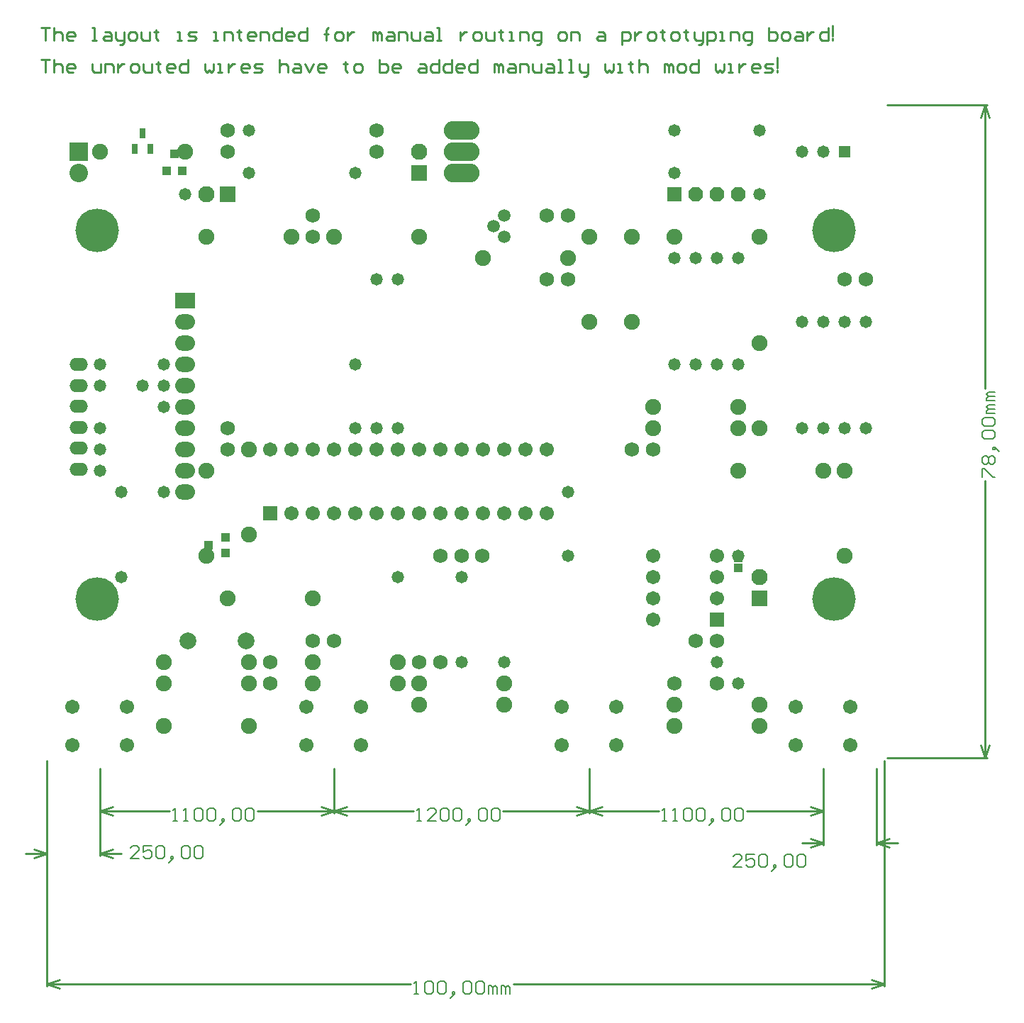
<source format=gbs>
G04 Layer_Color=8150272*
%FSLAX25Y25*%
%MOIN*%
G70*
G01*
G75*
%ADD14C,0.01000*%
%ADD15C,0.00600*%
%ADD49R,0.08674X0.08674*%
%ADD50C,0.08674*%
%ADD51R,0.06706X0.06706*%
%ADD52C,0.06706*%
%ADD53C,0.07690*%
%ADD54R,0.07690X0.07690*%
%ADD55C,0.20485*%
%ADD56O,0.08674X0.06115*%
%ADD57O,0.09300X0.07300*%
%ADD58R,0.09300X0.07300*%
%ADD59C,0.06800*%
%ADD60C,0.07493*%
%ADD61C,0.07887*%
%ADD62R,0.06706X0.06706*%
%ADD63R,0.07690X0.07690*%
%ADD64O,0.16800X0.08800*%
%ADD65C,0.05918*%
%ADD66C,0.05800*%
%ADD67R,0.05800X0.05800*%
%ADD68R,0.06800X0.06800*%
%ADD69P,0.07360X8X22.5*%
%ADD70R,0.04343X0.03950*%
%ADD71R,0.03950X0.04343*%
%ADD72R,0.03162X0.05131*%
%ADD73R,0.04343X0.04147*%
D14*
X491201Y837199D02*
X495199Y837199D01*
X493200Y837199D01*
X493200Y831201D01*
X497199Y837199D02*
X497199Y831201D01*
X497199Y834200D01*
X498199Y835200D01*
X500198Y835200D01*
X501198Y834200D01*
X501198Y831201D01*
X506196Y831201D02*
X504197Y831201D01*
X503197Y832201D01*
X503197Y834200D01*
X504197Y835200D01*
X506196Y835200D01*
X507196Y834200D01*
X507196Y833200D01*
X503197Y833200D01*
X515193Y831201D02*
X517192Y831201D01*
X516193Y831201D01*
X516193Y837199D01*
X515193Y837199D01*
X521191Y835200D02*
X523190Y835200D01*
X524190Y834200D01*
X524190Y831201D01*
X521191Y831201D01*
X520191Y832201D01*
X521191Y833200D01*
X524190Y833200D01*
X526190Y835200D02*
X526190Y832201D01*
X527189Y831201D01*
X530188Y831201D01*
X530188Y830201D01*
X529188Y829201D01*
X528189Y829201D01*
X530188Y831201D02*
X530188Y835200D01*
X533187Y831201D02*
X535187Y831201D01*
X536186Y832201D01*
X536186Y834200D01*
X535187Y835200D01*
X533187Y835200D01*
X532188Y834200D01*
X532188Y832201D01*
X533187Y831201D01*
X538186Y835200D02*
X538186Y832201D01*
X539185Y831201D01*
X542184Y831201D01*
X542184Y835200D01*
X545183Y836199D02*
X545183Y835200D01*
X544184Y835200D01*
X546183Y835200D01*
X545183Y835200D01*
X545183Y832201D01*
X546183Y831201D01*
X555180Y831201D02*
X557179Y831201D01*
X556180Y831201D01*
X556180Y835200D01*
X555180Y835200D01*
X560179Y831201D02*
X563177Y831201D01*
X564177Y832201D01*
X563177Y833200D01*
X561178Y833200D01*
X560179Y834200D01*
X561178Y835200D01*
X564177Y835200D01*
X572175Y831201D02*
X574174Y831201D01*
X573174Y831201D01*
X573174Y835200D01*
X572175Y835200D01*
X577173Y831201D02*
X577173Y835200D01*
X580172Y835200D01*
X581172Y834200D01*
X581172Y831201D01*
X584171Y836199D02*
X584171Y835200D01*
X583171Y835200D01*
X585170Y835200D01*
X584171Y835200D01*
X584171Y832201D01*
X585170Y831201D01*
X591168Y831201D02*
X589169Y831201D01*
X588169Y832201D01*
X588169Y834200D01*
X589169Y835200D01*
X591168Y835200D01*
X592168Y834200D01*
X592168Y833200D01*
X588169Y833200D01*
X594168Y831201D02*
X594168Y835200D01*
X597166Y835200D01*
X598166Y834200D01*
X598166Y831201D01*
X604164Y837199D02*
X604164Y831201D01*
X601165Y831201D01*
X600166Y832201D01*
X600166Y834200D01*
X601165Y835200D01*
X604164Y835200D01*
X609163Y831201D02*
X607163Y831201D01*
X606164Y832201D01*
X606164Y834200D01*
X607163Y835200D01*
X609163Y835200D01*
X610162Y834200D01*
X610162Y833200D01*
X606164Y833200D01*
X616160Y837199D02*
X616160Y831201D01*
X613161Y831201D01*
X612162Y832201D01*
X612162Y834200D01*
X613161Y835200D01*
X616160Y835200D01*
X625157Y831201D02*
X625157Y836199D01*
X625157Y834200D01*
X624158Y834200D01*
X626157Y834200D01*
X625157Y834200D01*
X625157Y836199D01*
X626157Y837199D01*
X630156Y831201D02*
X632155Y831201D01*
X633155Y832201D01*
X633155Y834200D01*
X632155Y835200D01*
X630156Y835200D01*
X629156Y834200D01*
X629156Y832201D01*
X630156Y831201D01*
X635154Y835200D02*
X635154Y831201D01*
X635154Y833200D01*
X636154Y834200D01*
X637154Y835200D01*
X638153Y835200D01*
X647150Y831201D02*
X647150Y835200D01*
X648150Y835200D01*
X649150Y834200D01*
X649150Y831201D01*
X649150Y834200D01*
X650149Y835200D01*
X651149Y834200D01*
X651149Y831201D01*
X654148Y835200D02*
X656147Y835200D01*
X657147Y834200D01*
X657147Y831201D01*
X654148Y831201D01*
X653148Y832201D01*
X654148Y833200D01*
X657147Y833200D01*
X659146Y831201D02*
X659146Y835200D01*
X662146Y835200D01*
X663145Y834200D01*
X663145Y831201D01*
X665144Y835200D02*
X665144Y832201D01*
X666144Y831201D01*
X669143Y831201D01*
X669143Y835200D01*
X672142Y835200D02*
X674142Y835200D01*
X675141Y834200D01*
X675141Y831201D01*
X672142Y831201D01*
X671143Y832201D01*
X672142Y833200D01*
X675141Y833200D01*
X677141Y831201D02*
X679140Y831201D01*
X678140Y831201D01*
X678140Y837199D01*
X677141Y837199D01*
X688137Y835200D02*
X688137Y831201D01*
X688137Y833200D01*
X689137Y834200D01*
X690136Y835200D01*
X691136Y835200D01*
X695135Y831201D02*
X697134Y831201D01*
X698134Y832201D01*
X698134Y834200D01*
X697134Y835200D01*
X695135Y835200D01*
X694135Y834200D01*
X694135Y832201D01*
X695135Y831201D01*
X700133Y835200D02*
X700133Y832201D01*
X701133Y831201D01*
X704132Y831201D01*
X704132Y835200D01*
X707131Y836199D02*
X707131Y835200D01*
X706131Y835200D01*
X708131Y835200D01*
X707131Y835200D01*
X707131Y832201D01*
X708131Y831201D01*
X711130Y831201D02*
X713129Y831201D01*
X712129Y831201D01*
X712129Y835200D01*
X711130Y835200D01*
X716128Y831201D02*
X716128Y835200D01*
X719127Y835200D01*
X720127Y834200D01*
X720127Y831201D01*
X724125Y829201D02*
X725125Y829201D01*
X726125Y830201D01*
X726125Y835200D01*
X723126Y835200D01*
X722126Y834200D01*
X722126Y832201D01*
X723126Y831201D01*
X726125Y831201D01*
X735122Y831201D02*
X737121Y831201D01*
X738121Y832201D01*
X738121Y834200D01*
X737121Y835200D01*
X735122Y835200D01*
X734122Y834200D01*
X734122Y832201D01*
X735122Y831201D01*
X740120Y831201D02*
X740120Y835200D01*
X743119Y835200D01*
X744119Y834200D01*
X744119Y831201D01*
X753116Y835200D02*
X755115Y835200D01*
X756115Y834200D01*
X756115Y831201D01*
X753116Y831201D01*
X752116Y832201D01*
X753116Y833200D01*
X756115Y833200D01*
X764113Y829201D02*
X764113Y835200D01*
X767111Y835200D01*
X768111Y834200D01*
X768111Y832201D01*
X767111Y831201D01*
X764113Y831201D01*
X770111Y835200D02*
X770111Y831201D01*
X770111Y833200D01*
X771110Y834200D01*
X772110Y835200D01*
X773110Y835200D01*
X777108Y831201D02*
X779108Y831201D01*
X780107Y832201D01*
X780107Y834200D01*
X779108Y835200D01*
X777108Y835200D01*
X776109Y834200D01*
X776109Y832201D01*
X777108Y831201D01*
X783106Y836199D02*
X783106Y835200D01*
X782107Y835200D01*
X784106Y835200D01*
X783106Y835200D01*
X783106Y832201D01*
X784106Y831201D01*
X788105Y831201D02*
X790104Y831201D01*
X791104Y832201D01*
X791104Y834200D01*
X790104Y835200D01*
X788105Y835200D01*
X787105Y834200D01*
X787105Y832201D01*
X788105Y831201D01*
X794103Y836199D02*
X794103Y835200D01*
X793103Y835200D01*
X795103Y835200D01*
X794103Y835200D01*
X794103Y832201D01*
X795103Y831201D01*
X798102Y835200D02*
X798102Y832201D01*
X799101Y831201D01*
X802100Y831201D01*
X802100Y830201D01*
X801101Y829201D01*
X800101Y829201D01*
X802100Y831201D02*
X802100Y835200D01*
X804099Y829201D02*
X804099Y835200D01*
X807099Y835200D01*
X808098Y834200D01*
X808098Y832201D01*
X807099Y831201D01*
X804099Y831201D01*
X810098Y831201D02*
X812097Y831201D01*
X811097Y831201D01*
X811097Y835200D01*
X810098Y835200D01*
X815096Y831201D02*
X815096Y835200D01*
X818095Y835200D01*
X819095Y834200D01*
X819095Y831201D01*
X823093Y829201D02*
X824093Y829201D01*
X825093Y830201D01*
X825093Y835200D01*
X822094Y835200D01*
X821094Y834200D01*
X821094Y832201D01*
X822094Y831201D01*
X825093Y831201D01*
X833090Y837199D02*
X833090Y831201D01*
X836089Y831201D01*
X837089Y832201D01*
X837089Y833200D01*
X837089Y834200D01*
X836089Y835200D01*
X833090Y835200D01*
X840088Y831201D02*
X842087Y831201D01*
X843087Y832201D01*
X843087Y834200D01*
X842087Y835200D01*
X840088Y835200D01*
X839088Y834200D01*
X839088Y832201D01*
X840088Y831201D01*
X846086Y835200D02*
X848085Y835200D01*
X849085Y834200D01*
X849085Y831201D01*
X846086Y831201D01*
X845086Y832201D01*
X846086Y833200D01*
X849085Y833200D01*
X851084Y835200D02*
X851084Y831201D01*
X851084Y833200D01*
X852084Y834200D01*
X853084Y835200D01*
X854083Y835200D01*
X861081Y837199D02*
X861081Y831201D01*
X858082Y831201D01*
X857082Y832201D01*
X857082Y834200D01*
X858082Y835200D01*
X861081Y835200D01*
X863081Y833200D02*
X863081Y838198D01*
X863081Y832201D02*
X863081Y831201D01*
X491201Y822199D02*
X495199Y822199D01*
X493200Y822199D01*
X493200Y816201D01*
X497199Y822199D02*
X497199Y816201D01*
X497199Y819200D01*
X498199Y820199D01*
X500198Y820199D01*
X501198Y819200D01*
X501198Y816201D01*
X506196Y816201D02*
X504197Y816201D01*
X503197Y817200D01*
X503197Y819200D01*
X504197Y820199D01*
X506196Y820199D01*
X507196Y819200D01*
X507196Y818200D01*
X503197Y818200D01*
X515193Y820199D02*
X515193Y817200D01*
X516193Y816201D01*
X519192Y816201D01*
X519192Y820199D01*
X521191Y816201D02*
X521191Y820199D01*
X524190Y820199D01*
X525190Y819200D01*
X525190Y816201D01*
X527189Y820199D02*
X527189Y816201D01*
X527189Y818200D01*
X528189Y819200D01*
X529188Y820199D01*
X530188Y820199D01*
X534187Y816201D02*
X536186Y816201D01*
X537186Y817200D01*
X537186Y819200D01*
X536186Y820199D01*
X534187Y820199D01*
X533187Y819200D01*
X533187Y817200D01*
X534187Y816201D01*
X539185Y820199D02*
X539185Y817200D01*
X540185Y816201D01*
X543184Y816201D01*
X543184Y820199D01*
X546183Y821199D02*
X546183Y820199D01*
X545183Y820199D01*
X547183Y820199D01*
X546183Y820199D01*
X546183Y817200D01*
X547183Y816201D01*
X553181Y816201D02*
X551181Y816201D01*
X550182Y817200D01*
X550182Y819200D01*
X551181Y820199D01*
X553181Y820199D01*
X554180Y819200D01*
X554180Y818200D01*
X550182Y818200D01*
X560179Y822199D02*
X560179Y816201D01*
X557179Y816201D01*
X556180Y817200D01*
X556180Y819200D01*
X557179Y820199D01*
X560179Y820199D01*
X568176Y820199D02*
X568176Y817200D01*
X569176Y816201D01*
X570175Y817200D01*
X571175Y816201D01*
X572175Y817200D01*
X572175Y820199D01*
X574174Y816201D02*
X576173Y816201D01*
X575174Y816201D01*
X575174Y820199D01*
X574174Y820199D01*
X579172Y820199D02*
X579172Y816201D01*
X579172Y818200D01*
X580172Y819200D01*
X581172Y820199D01*
X582171Y820199D01*
X588169Y816201D02*
X586170Y816201D01*
X585170Y817200D01*
X585170Y819200D01*
X586170Y820199D01*
X588169Y820199D01*
X589169Y819200D01*
X589169Y818200D01*
X585170Y818200D01*
X591168Y816201D02*
X594168Y816201D01*
X595167Y817200D01*
X594168Y818200D01*
X592168Y818200D01*
X591168Y819200D01*
X592168Y820199D01*
X595167Y820199D01*
X603165Y822199D02*
X603165Y816201D01*
X603165Y819200D01*
X604164Y820199D01*
X606164Y820199D01*
X607163Y819200D01*
X607163Y816201D01*
X610162Y820199D02*
X612162Y820199D01*
X613161Y819200D01*
X613161Y816201D01*
X610162Y816201D01*
X609163Y817200D01*
X610162Y818200D01*
X613161Y818200D01*
X615161Y820199D02*
X617160Y816201D01*
X619159Y820199D01*
X624158Y816201D02*
X622158Y816201D01*
X621159Y817200D01*
X621159Y819200D01*
X622158Y820199D01*
X624158Y820199D01*
X625157Y819200D01*
X625157Y818200D01*
X621159Y818200D01*
X634155Y821199D02*
X634155Y820199D01*
X633155Y820199D01*
X635154Y820199D01*
X634155Y820199D01*
X634155Y817200D01*
X635154Y816201D01*
X639153Y816201D02*
X641152Y816201D01*
X642152Y817200D01*
X642152Y819200D01*
X641152Y820199D01*
X639153Y820199D01*
X638153Y819200D01*
X638153Y817200D01*
X639153Y816201D01*
X650149Y822199D02*
X650149Y816201D01*
X653148Y816201D01*
X654148Y817200D01*
X654148Y818200D01*
X654148Y819200D01*
X653148Y820199D01*
X650149Y820199D01*
X659146Y816201D02*
X657147Y816201D01*
X656147Y817200D01*
X656147Y819200D01*
X657147Y820199D01*
X659146Y820199D01*
X660146Y819200D01*
X660146Y818200D01*
X656147Y818200D01*
X669143Y820199D02*
X671143Y820199D01*
X672142Y819200D01*
X672142Y816201D01*
X669143Y816201D01*
X668144Y817200D01*
X669143Y818200D01*
X672142Y818200D01*
X678140Y822199D02*
X678140Y816201D01*
X675141Y816201D01*
X674142Y817200D01*
X674142Y819200D01*
X675141Y820199D01*
X678140Y820199D01*
X684138Y822199D02*
X684138Y816201D01*
X681139Y816201D01*
X680140Y817200D01*
X680140Y819200D01*
X681139Y820199D01*
X684138Y820199D01*
X689137Y816201D02*
X687137Y816201D01*
X686138Y817200D01*
X686138Y819200D01*
X687137Y820199D01*
X689137Y820199D01*
X690136Y819200D01*
X690136Y818200D01*
X686138Y818200D01*
X696135Y822199D02*
X696135Y816201D01*
X693135Y816201D01*
X692136Y817200D01*
X692136Y819200D01*
X693135Y820199D01*
X696135Y820199D01*
X704132Y816201D02*
X704132Y820199D01*
X705132Y820199D01*
X706131Y819200D01*
X706131Y816201D01*
X706131Y819200D01*
X707131Y820199D01*
X708131Y819200D01*
X708131Y816201D01*
X711130Y820199D02*
X713129Y820199D01*
X714129Y819200D01*
X714129Y816201D01*
X711130Y816201D01*
X710130Y817200D01*
X711130Y818200D01*
X714129Y818200D01*
X716128Y816201D02*
X716128Y820199D01*
X719127Y820199D01*
X720127Y819200D01*
X720127Y816201D01*
X722126Y820199D02*
X722126Y817200D01*
X723126Y816201D01*
X726125Y816201D01*
X726125Y820199D01*
X729124Y820199D02*
X731123Y820199D01*
X732123Y819200D01*
X732123Y816201D01*
X729124Y816201D01*
X728124Y817200D01*
X729124Y818200D01*
X732123Y818200D01*
X734122Y816201D02*
X736122Y816201D01*
X735122Y816201D01*
X735122Y822199D01*
X734122Y822199D01*
X739121Y816201D02*
X741120Y816201D01*
X740120Y816201D01*
X740120Y822199D01*
X739121Y822199D01*
X744119Y820199D02*
X744119Y817200D01*
X745119Y816201D01*
X748118Y816201D01*
X748118Y815201D01*
X747118Y814201D01*
X746118Y814201D01*
X748118Y816201D02*
X748118Y820199D01*
X756115Y820199D02*
X756115Y817200D01*
X757115Y816201D01*
X758114Y817200D01*
X759114Y816201D01*
X760114Y817200D01*
X760114Y820199D01*
X762113Y816201D02*
X764113Y816201D01*
X763113Y816201D01*
X763113Y820199D01*
X762113Y820199D01*
X768111Y821199D02*
X768111Y820199D01*
X767111Y820199D01*
X769111Y820199D01*
X768111Y820199D01*
X768111Y817200D01*
X769111Y816201D01*
X772110Y822199D02*
X772110Y816201D01*
X772110Y819200D01*
X773110Y820199D01*
X775109Y820199D01*
X776109Y819200D01*
X776109Y816201D01*
X784106Y816201D02*
X784106Y820199D01*
X785106Y820199D01*
X786105Y819200D01*
X786105Y816201D01*
X786105Y819200D01*
X787105Y820199D01*
X788105Y819200D01*
X788105Y816201D01*
X791104Y816201D02*
X793103Y816201D01*
X794103Y817200D01*
X794103Y819200D01*
X793103Y820199D01*
X791104Y820199D01*
X790104Y819200D01*
X790104Y817200D01*
X791104Y816201D01*
X800101Y822199D02*
X800101Y816201D01*
X797102Y816201D01*
X796102Y817200D01*
X796102Y819200D01*
X797102Y820199D01*
X800101Y820199D01*
X808098Y820199D02*
X808098Y817200D01*
X809098Y816201D01*
X810098Y817200D01*
X811097Y816201D01*
X812097Y817200D01*
X812097Y820199D01*
X814096Y816201D02*
X816096Y816201D01*
X815096Y816201D01*
X815096Y820199D01*
X814096Y820199D01*
X819095Y820199D02*
X819095Y816201D01*
X819095Y818200D01*
X820094Y819200D01*
X821094Y820199D01*
X822094Y820199D01*
X828092Y816201D02*
X826092Y816201D01*
X825093Y817200D01*
X825093Y819200D01*
X826092Y820199D01*
X828092Y820199D01*
X829091Y819200D01*
X829091Y818200D01*
X825093Y818200D01*
X831091Y816201D02*
X834090Y816201D01*
X835089Y817200D01*
X834090Y818200D01*
X832090Y818200D01*
X831091Y819200D01*
X832090Y820199D01*
X835089Y820199D01*
X837089Y818200D02*
X837089Y823199D01*
X837089Y817200D02*
X837089Y816201D01*
X628701Y467701D02*
X628701Y488701D01*
X518701Y467701D02*
X518701Y488701D01*
X592695Y468701D02*
X628701Y468701D01*
X518701Y468701D02*
X551507Y468701D01*
X622701Y470701D02*
X628701Y468701D01*
X622701Y466701D02*
X628701Y468701D01*
X518701Y468701D02*
X524701Y466701D01*
X518701Y468701D02*
X524701Y470701D01*
X748701Y467701D02*
X748701Y488701D01*
X628701Y467701D02*
X628701Y488701D01*
X708194Y468701D02*
X748701Y468701D01*
X628701Y468701D02*
X666007Y468701D01*
X742701Y470701D02*
X748701Y468701D01*
X742701Y466701D02*
X748701Y468701D01*
X628701Y468701D02*
X634701Y466701D01*
X628701Y468701D02*
X634701Y470701D01*
X858701Y467701D02*
X858701Y488701D01*
X748701Y467701D02*
X748701Y488701D01*
X822695Y468701D02*
X858701Y468701D01*
X748701Y468701D02*
X781507Y468701D01*
X852701Y470701D02*
X858701Y468701D01*
X852701Y466701D02*
X858701Y468701D01*
X748701Y468701D02*
X754701Y466701D01*
X748701Y468701D02*
X754701Y470701D01*
X518701Y447701D02*
X518701Y488701D01*
X493701Y447701D02*
X493701Y488701D01*
X483701Y448701D02*
X493701Y448701D01*
X518701Y448701D02*
X528701Y448701D01*
X487701Y450701D02*
X493701Y448701D01*
X487701Y446701D02*
X493701Y448701D01*
X518701Y448701D02*
X524701Y446701D01*
X518701Y448701D02*
X524701Y450701D01*
X858701Y452701D02*
X858701Y488701D01*
X883701Y452701D02*
X883701Y488701D01*
X883701Y453701D02*
X893701Y453701D01*
X848701Y453701D02*
X858701Y453701D01*
X883701Y453701D02*
X889701Y451701D01*
X883701Y453701D02*
X889701Y455701D01*
X852701Y455701D02*
X858701Y453701D01*
X852701Y451701D02*
X858701Y453701D01*
X887402Y386402D02*
X887402Y492307D01*
X493701Y386402D02*
X493701Y492307D01*
X713044Y387402D02*
X887402Y387402D01*
X493701Y387402D02*
X664858Y387402D01*
X881402Y389402D02*
X887402Y387402D01*
X881402Y385402D02*
X887402Y387402D01*
X493701Y387402D02*
X499701Y385402D01*
X493701Y387402D02*
X499701Y389402D01*
X888795Y800787D02*
X935646Y800787D01*
X888795Y493701D02*
X935646Y493701D01*
X934646Y667238D02*
X934646Y800787D01*
X934646Y493701D02*
X934646Y624051D01*
X932646Y794787D02*
X934646Y800787D01*
X936646Y794787D01*
X934646Y493701D02*
X936646Y499701D01*
X932646Y499701D02*
X934646Y493701D01*
D15*
X553107Y464102D02*
X555106Y464102D01*
X554107Y464102D01*
X554107Y470100D01*
X553107Y469101D01*
X558105Y464102D02*
X560105Y464102D01*
X559105Y464102D01*
X559105Y470100D01*
X558105Y469101D01*
X563104Y469101D02*
X564103Y470100D01*
X566103Y470100D01*
X567102Y469101D01*
X567102Y465102D01*
X566103Y464102D01*
X564103Y464102D01*
X563104Y465102D01*
X563104Y469101D01*
X569102Y469101D02*
X570101Y470100D01*
X572101Y470100D01*
X573101Y469101D01*
X573101Y465102D01*
X572101Y464102D01*
X570101Y464102D01*
X569102Y465102D01*
X569102Y469101D01*
X576099Y463102D02*
X577099Y464102D01*
X577099Y465102D01*
X576099Y465102D01*
X576099Y464102D01*
X577099Y464102D01*
X576099Y463102D01*
X575100Y462103D01*
X581098Y469101D02*
X582097Y470100D01*
X584097Y470100D01*
X585097Y469101D01*
X585097Y465102D01*
X584097Y464102D01*
X582097Y464102D01*
X581098Y465102D01*
X581098Y469101D01*
X587096Y469101D02*
X588096Y470100D01*
X590095Y470100D01*
X591095Y469101D01*
X591095Y465102D01*
X590095Y464102D01*
X588096Y464102D01*
X587096Y465102D01*
X587096Y469101D01*
X667607Y464102D02*
X669606Y464102D01*
X668607Y464102D01*
X668607Y470100D01*
X667607Y469101D01*
X676604Y464102D02*
X672606Y464102D01*
X676604Y468101D01*
X676604Y469101D01*
X675604Y470100D01*
X673605Y470100D01*
X672606Y469101D01*
X678604Y469101D02*
X679603Y470100D01*
X681603Y470100D01*
X682602Y469101D01*
X682602Y465102D01*
X681603Y464102D01*
X679603Y464102D01*
X678604Y465102D01*
X678604Y469101D01*
X684602Y469101D02*
X685601Y470100D01*
X687601Y470100D01*
X688600Y469101D01*
X688600Y465102D01*
X687601Y464102D01*
X685601Y464102D01*
X684602Y465102D01*
X684602Y469101D01*
X691599Y463102D02*
X692599Y464102D01*
X692599Y465102D01*
X691599Y465102D01*
X691599Y464102D01*
X692599Y464102D01*
X691599Y463102D01*
X690600Y462103D01*
X696598Y469101D02*
X697597Y470100D01*
X699597Y470100D01*
X700596Y469101D01*
X700596Y465102D01*
X699597Y464102D01*
X697597Y464102D01*
X696598Y465102D01*
X696598Y469101D01*
X702596Y469101D02*
X703595Y470100D01*
X705595Y470100D01*
X706595Y469101D01*
X706595Y465102D01*
X705595Y464102D01*
X703595Y464102D01*
X702596Y465102D01*
X702596Y469101D01*
X783107Y464102D02*
X785106Y464102D01*
X784107Y464102D01*
X784107Y470100D01*
X783107Y469101D01*
X788105Y464102D02*
X790105Y464102D01*
X789105Y464102D01*
X789105Y470100D01*
X788105Y469101D01*
X793104Y469101D02*
X794103Y470100D01*
X796103Y470100D01*
X797102Y469101D01*
X797102Y465102D01*
X796103Y464102D01*
X794103Y464102D01*
X793104Y465102D01*
X793104Y469101D01*
X799102Y469101D02*
X800101Y470100D01*
X802101Y470100D01*
X803100Y469101D01*
X803100Y465102D01*
X802101Y464102D01*
X800101Y464102D01*
X799102Y465102D01*
X799102Y469101D01*
X806100Y463102D02*
X807099Y464102D01*
X807099Y465102D01*
X806100Y465102D01*
X806100Y464102D01*
X807099Y464102D01*
X806100Y463102D01*
X805100Y462103D01*
X811098Y469101D02*
X812097Y470100D01*
X814097Y470100D01*
X815097Y469101D01*
X815097Y465102D01*
X814097Y464102D01*
X812097Y464102D01*
X811098Y465102D01*
X811098Y469101D01*
X817096Y469101D02*
X818096Y470100D01*
X820095Y470100D01*
X821095Y469101D01*
X821095Y465102D01*
X820095Y464102D01*
X818096Y464102D01*
X817096Y465102D01*
X817096Y469101D01*
X537070Y446457D02*
X533071Y446457D01*
X537070Y450455D01*
X537070Y451455D01*
X536070Y452455D01*
X534071Y452455D01*
X533071Y451455D01*
X543068Y452455D02*
X539069Y452455D01*
X539069Y449456D01*
X541068Y450455D01*
X542068Y450455D01*
X543068Y449456D01*
X543068Y447456D01*
X542068Y446457D01*
X540069Y446457D01*
X539069Y447456D01*
X545067Y451455D02*
X546067Y452455D01*
X548066Y452455D01*
X549066Y451455D01*
X549066Y447456D01*
X548066Y446457D01*
X546067Y446457D01*
X545067Y447456D01*
X545067Y451455D01*
X552065Y445457D02*
X553064Y446457D01*
X553064Y447456D01*
X552065Y447456D01*
X552065Y446457D01*
X553064Y446457D01*
X552065Y445457D01*
X551065Y444457D01*
X557063Y451455D02*
X558063Y452455D01*
X560062Y452455D01*
X561062Y451455D01*
X561062Y447456D01*
X560062Y446457D01*
X558063Y446457D01*
X557063Y447456D01*
X557063Y451455D01*
X563061Y451455D02*
X564061Y452455D01*
X566060Y452455D01*
X567060Y451455D01*
X567060Y447456D01*
X566060Y446457D01*
X564061Y446457D01*
X563061Y447456D01*
X563061Y451455D01*
X820534Y442520D02*
X816535Y442520D01*
X820534Y446518D01*
X820534Y447518D01*
X819534Y448518D01*
X817535Y448518D01*
X816535Y447518D01*
X826532Y448518D02*
X822534Y448518D01*
X822534Y445519D01*
X824533Y446518D01*
X825533Y446518D01*
X826532Y445519D01*
X826532Y443519D01*
X825533Y442520D01*
X823533Y442520D01*
X822534Y443519D01*
X828532Y447518D02*
X829531Y448518D01*
X831531Y448518D01*
X832530Y447518D01*
X832530Y443519D01*
X831531Y442520D01*
X829531Y442520D01*
X828532Y443519D01*
X828532Y447518D01*
X835529Y441520D02*
X836529Y442520D01*
X836529Y443519D01*
X835529Y443519D01*
X835529Y442520D01*
X836529Y442520D01*
X835529Y441520D01*
X834530Y440520D01*
X840528Y447518D02*
X841527Y448518D01*
X843527Y448518D01*
X844526Y447518D01*
X844526Y443519D01*
X843527Y442520D01*
X841527Y442520D01*
X840528Y443519D01*
X840528Y447518D01*
X846526Y447518D02*
X847525Y448518D01*
X849525Y448518D01*
X850525Y447518D01*
X850525Y443519D01*
X849525Y442520D01*
X847525Y442520D01*
X846526Y443519D01*
X846526Y447518D01*
X666459Y382803D02*
X668458Y382803D01*
X667458Y382803D01*
X667458Y388801D01*
X666459Y387801D01*
X671457Y387801D02*
X672457Y388801D01*
X674456Y388801D01*
X675456Y387801D01*
X675456Y383803D01*
X674456Y382803D01*
X672457Y382803D01*
X671457Y383803D01*
X671457Y387801D01*
X677455Y387801D02*
X678455Y388801D01*
X680454Y388801D01*
X681454Y387801D01*
X681454Y383803D01*
X680454Y382803D01*
X678455Y382803D01*
X677455Y383803D01*
X677455Y387801D01*
X684453Y381803D02*
X685452Y382803D01*
X685452Y383803D01*
X684453Y383803D01*
X684453Y382803D01*
X685452Y382803D01*
X684453Y381803D01*
X683453Y380803D01*
X689451Y387801D02*
X690451Y388801D01*
X692450Y388801D01*
X693450Y387801D01*
X693450Y383803D01*
X692450Y382803D01*
X690451Y382803D01*
X689451Y383803D01*
X689451Y387801D01*
X695449Y387801D02*
X696449Y388801D01*
X698448Y388801D01*
X699448Y387801D01*
X699448Y383803D01*
X698448Y382803D01*
X696449Y382803D01*
X695449Y383803D01*
X695449Y387801D01*
X701447Y382803D02*
X701447Y386802D01*
X702447Y386802D01*
X703446Y385802D01*
X703446Y382803D01*
X703446Y385802D01*
X704446Y386802D01*
X705446Y385802D01*
X705446Y382803D01*
X707445Y382803D02*
X707445Y386802D01*
X708445Y386802D01*
X709445Y385802D01*
X709445Y382803D01*
X709445Y385802D01*
X710444Y386802D01*
X711444Y385802D01*
X711444Y382803D01*
X933246Y625651D02*
X933246Y629649D01*
X934246Y629649D01*
X938245Y625651D01*
X939244Y625651D01*
X934246Y631649D02*
X933246Y632648D01*
X933246Y634648D01*
X934246Y635647D01*
X935246Y635647D01*
X936245Y634648D01*
X937245Y635647D01*
X938245Y635647D01*
X939244Y634648D01*
X939244Y632648D01*
X938245Y631649D01*
X937245Y631649D01*
X936245Y632648D01*
X935246Y631649D01*
X934246Y631649D01*
X936245Y632648D02*
X936245Y634648D01*
X940244Y638646D02*
X939244Y639646D01*
X938245Y639646D01*
X938245Y638646D01*
X939244Y638646D01*
X939244Y639646D01*
X940244Y638646D01*
X941244Y637647D01*
X934246Y643645D02*
X933246Y644644D01*
X933246Y646644D01*
X934246Y647644D01*
X938245Y647644D01*
X939244Y646644D01*
X939244Y644644D01*
X938245Y643645D01*
X934246Y643645D01*
X934246Y649643D02*
X933246Y650642D01*
X933246Y652642D01*
X934246Y653642D01*
X938245Y653642D01*
X939244Y652642D01*
X939244Y650642D01*
X938245Y649643D01*
X934246Y649643D01*
X939244Y655641D02*
X935246Y655641D01*
X935246Y656640D01*
X936245Y657640D01*
X939244Y657640D01*
X936245Y657640D01*
X935246Y658640D01*
X936245Y659640D01*
X939244Y659640D01*
X939244Y661639D02*
X935246Y661639D01*
X935246Y662639D01*
X936245Y663638D01*
X939244Y663638D01*
X936245Y663638D01*
X935246Y664638D01*
X936245Y665638D01*
X939244Y665638D01*
D49*
X508701Y778701D02*
D03*
D50*
X508701Y768701D02*
D03*
D51*
X808701Y558701D02*
D03*
D52*
X808701Y568701D02*
D03*
X808701Y578701D02*
D03*
X808701Y588701D02*
D03*
X778701Y558701D02*
D03*
X778701Y568701D02*
D03*
X778701Y578701D02*
D03*
X778701Y588701D02*
D03*
X531496Y499843D02*
D03*
X531496Y517559D02*
D03*
X505905Y499843D02*
D03*
X505905Y517559D02*
D03*
X615906Y517559D02*
D03*
X615906Y499843D02*
D03*
X641496Y517559D02*
D03*
X641496Y499843D02*
D03*
X608701Y608701D02*
D03*
X618701Y608701D02*
D03*
X628701Y608701D02*
D03*
X638701Y608701D02*
D03*
X648701Y608701D02*
D03*
X658701Y608701D02*
D03*
X668701Y608701D02*
D03*
X678701Y608701D02*
D03*
X688701Y608701D02*
D03*
X698701Y608701D02*
D03*
X708701Y608701D02*
D03*
X718701Y608701D02*
D03*
X728701Y608701D02*
D03*
X598701Y638701D02*
D03*
X608701Y638701D02*
D03*
X618701Y638701D02*
D03*
X628701Y638701D02*
D03*
X638701Y638701D02*
D03*
X648701Y638701D02*
D03*
X658701Y638701D02*
D03*
X668701Y638701D02*
D03*
X678701Y638701D02*
D03*
X688701Y638701D02*
D03*
X698701Y638701D02*
D03*
X708701Y638701D02*
D03*
X718701Y638701D02*
D03*
X728701Y638701D02*
D03*
X845905Y517559D02*
D03*
X845905Y499843D02*
D03*
X871496Y517559D02*
D03*
X871496Y499843D02*
D03*
X735906Y517559D02*
D03*
X735906Y499843D02*
D03*
X761496Y517559D02*
D03*
X761496Y499843D02*
D03*
D53*
X668701Y778622D02*
D03*
X568780Y758701D02*
D03*
X828701Y578622D02*
D03*
D54*
X668701Y768780D02*
D03*
X828701Y568780D02*
D03*
D55*
X517323Y568504D02*
D03*
X517323Y741732D02*
D03*
X863780Y568504D02*
D03*
X863780Y741732D02*
D03*
D56*
X508701Y678701D02*
D03*
X508701Y668858D02*
D03*
X508701Y659016D02*
D03*
X508701Y649173D02*
D03*
X508701Y639331D02*
D03*
X508701Y629488D02*
D03*
D57*
X558701Y618701D02*
D03*
X558701Y628701D02*
D03*
X558701Y638701D02*
D03*
X558701Y648701D02*
D03*
X558701Y658701D02*
D03*
X558701Y668701D02*
D03*
X558701Y678701D02*
D03*
X558701Y688701D02*
D03*
X558701Y698701D02*
D03*
D58*
X558701Y708701D02*
D03*
D59*
X688701Y588701D02*
D03*
X678858Y588701D02*
D03*
X698543Y588701D02*
D03*
X598701Y528701D02*
D03*
X598701Y538701D02*
D03*
X628701Y548701D02*
D03*
X618701Y548701D02*
D03*
X578701Y638701D02*
D03*
X578701Y648701D02*
D03*
X618701Y738701D02*
D03*
X618701Y748701D02*
D03*
X578701Y788701D02*
D03*
X578701Y778701D02*
D03*
X648701Y788701D02*
D03*
X648701Y778701D02*
D03*
X738701Y718701D02*
D03*
X728701Y718701D02*
D03*
X738701Y748701D02*
D03*
X728701Y748701D02*
D03*
X868701Y718701D02*
D03*
X878701Y718701D02*
D03*
X768701Y638701D02*
D03*
X778701Y638701D02*
D03*
X808701Y548701D02*
D03*
X798701Y548701D02*
D03*
X788701Y528701D02*
D03*
X808701Y528701D02*
D03*
X668701Y538701D02*
D03*
X678701Y538701D02*
D03*
D60*
X588701Y508701D02*
D03*
X548701Y508701D02*
D03*
X548701Y528701D02*
D03*
X588701Y528701D02*
D03*
X588701Y538701D02*
D03*
X548701Y538701D02*
D03*
X578701Y568701D02*
D03*
X618701Y568701D02*
D03*
X658701Y528701D02*
D03*
X618701Y528701D02*
D03*
X618701Y538701D02*
D03*
X658701Y538701D02*
D03*
X668701Y518701D02*
D03*
X708701Y518701D02*
D03*
X708701Y528701D02*
D03*
X668701Y528701D02*
D03*
X588701Y598701D02*
D03*
X588701Y638701D02*
D03*
X568701Y628701D02*
D03*
X568701Y588701D02*
D03*
X668701Y738701D02*
D03*
X628701Y738701D02*
D03*
X608701Y738701D02*
D03*
X568701Y738701D02*
D03*
X558701Y778701D02*
D03*
X518701Y778701D02*
D03*
X738701Y728701D02*
D03*
X698701Y728701D02*
D03*
X748701Y698701D02*
D03*
X748701Y738701D02*
D03*
X768701Y738701D02*
D03*
X768701Y698701D02*
D03*
X788701Y738701D02*
D03*
X828701Y738701D02*
D03*
X828701Y688701D02*
D03*
X828701Y648701D02*
D03*
X818701Y648701D02*
D03*
X778701Y648701D02*
D03*
X778701Y658701D02*
D03*
X818701Y658701D02*
D03*
X818701Y628701D02*
D03*
X858701Y628701D02*
D03*
X868701Y628701D02*
D03*
X868701Y588701D02*
D03*
X788701Y508701D02*
D03*
X828701Y508701D02*
D03*
X828701Y518701D02*
D03*
X788701Y518701D02*
D03*
D61*
X587480Y548700D02*
D03*
X559921Y548700D02*
D03*
D62*
X598701Y608701D02*
D03*
D63*
X578622Y758701D02*
D03*
D64*
X688701Y788701D02*
D03*
X688701Y778701D02*
D03*
X688701Y768701D02*
D03*
D65*
X708701Y738701D02*
D03*
X703701Y743701D02*
D03*
X708701Y748701D02*
D03*
D66*
X848701Y778701D02*
D03*
X858701Y778701D02*
D03*
X638701Y648701D02*
D03*
X638701Y678701D02*
D03*
X848701Y648701D02*
D03*
X858701Y648701D02*
D03*
X868701Y648701D02*
D03*
X878701Y648701D02*
D03*
X848701Y698701D02*
D03*
X858701Y698701D02*
D03*
X868701Y698701D02*
D03*
X878701Y698701D02*
D03*
X818701Y728701D02*
D03*
X808701Y728701D02*
D03*
X798701Y728701D02*
D03*
X788701Y728701D02*
D03*
X818701Y678701D02*
D03*
X808701Y678701D02*
D03*
X798701Y678701D02*
D03*
X788701Y678701D02*
D03*
X588701Y788701D02*
D03*
X588701Y768701D02*
D03*
X638701Y768701D02*
D03*
X788701Y768701D02*
D03*
X788701Y788701D02*
D03*
X828701Y758701D02*
D03*
X828701Y788701D02*
D03*
X738701Y618701D02*
D03*
X738701Y588701D02*
D03*
X648701Y648701D02*
D03*
X648701Y718701D02*
D03*
X518701Y648701D02*
D03*
X518701Y678701D02*
D03*
X708701Y538701D02*
D03*
X808701Y538701D02*
D03*
X688701Y538701D02*
D03*
X688701Y578701D02*
D03*
X818701Y528701D02*
D03*
X818701Y588701D02*
D03*
X518701Y668701D02*
D03*
X518701Y638701D02*
D03*
X548701Y678701D02*
D03*
X518701Y628701D02*
D03*
X548701Y668701D02*
D03*
X658701Y578701D02*
D03*
X528701Y578701D02*
D03*
X658701Y648701D02*
D03*
X658701Y718701D02*
D03*
X558701Y758701D02*
D03*
X548701Y658701D02*
D03*
X548701Y618701D02*
D03*
X528701Y618701D02*
D03*
X538701Y668701D02*
D03*
D67*
X868701Y778701D02*
D03*
D68*
X788701Y758701D02*
D03*
D69*
X798701Y758701D02*
D03*
X808701Y758701D02*
D03*
X818701Y758701D02*
D03*
D70*
X569764Y593701D02*
D03*
X577638Y589961D02*
D03*
X577638Y597441D02*
D03*
D71*
X553701Y777638D02*
D03*
X549961Y769764D02*
D03*
X557441Y769764D02*
D03*
D72*
X538701Y787244D02*
D03*
X534961Y780158D02*
D03*
X542441Y780158D02*
D03*
D73*
X818701Y587701D02*
D03*
X818701Y583201D02*
D03*
M02*

</source>
